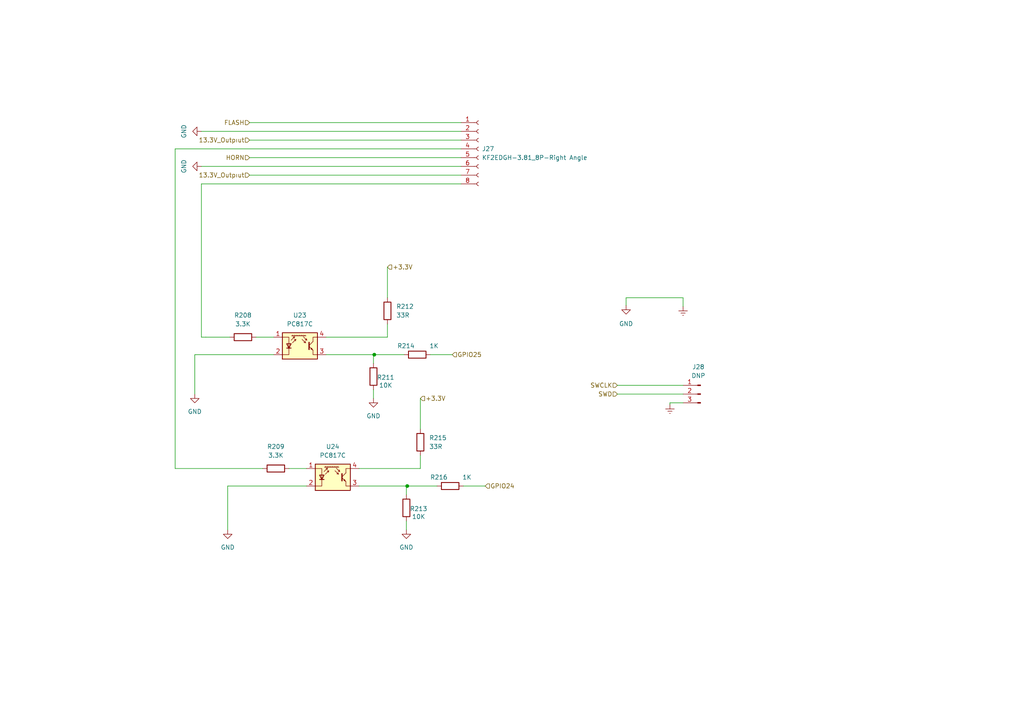
<source format=kicad_sch>
(kicad_sch (version 20231120) (generator "eeschema") (generator_version "8.0")
  (paper "A4")
  (lib_symbols
    (symbol "Connector:Conn_01x03_Pin" (pin_names (offset 1.016) hide)
      (property "Reference" "J" (at 0 5.08 0))
      (property "Value" "Conn_01x03_Pin" (at 0 -5.08 0))
      (symbol "Conn_01x03_Pin_1_1"
        (polyline (pts (xy 1.27 -2.54) (xy 0.8636 -2.54)) (stroke (width 0.1524)))
        (polyline (pts (xy 1.27 0) (xy 0.8636 0)) (stroke (width 0.1524)))
        (polyline (pts (xy 1.27 2.54) (xy 0.8636 2.54)) (stroke (width 0.1524)))
        (rectangle (start 0.8636 -2.413) (end 0 -2.667) (stroke (width 0.1524)) (fill (type outline)))
        (rectangle (start 0.8636 0.127) (end 0 -0.127) (stroke (width 0.1524)) (fill (type outline)))
        (rectangle (start 0.8636 2.667) (end 0 2.413) (stroke (width 0.1524)) (fill (type outline)))
        (pin passive line (at 5.08 2.54 180) (length 3.81) (name "Pin_1") (number "1"))
        (pin passive line (at 5.08 0 180) (length 3.81) (name "Pin_2") (number "2"))
        (pin passive line (at 5.08 -2.54 180) (length 3.81) (name "Pin_3") (number "3"))
      )
    )
    (symbol "Connector:Conn_01x08_Socket" (pin_names (offset 1.016) hide)
      (property "Reference" "J" (at 0 10.16 0))
      (property "Value" "Conn_01x08_Socket" (at 0 -12.7 0))
      (symbol "Conn_01x08_Socket_1_1"
        (arc (start 0 -9.652) (mid -0.5058 -10.16) (end 0 -10.668) (stroke (width 0.1524)))
        (arc (start 0 -7.112) (mid -0.5058 -7.62) (end 0 -8.128) (stroke (width 0.1524)))
        (arc (start 0 -4.572) (mid -0.5058 -5.08) (end 0 -5.588) (stroke (width 0.1524)))
        (arc (start 0 -2.032) (mid -0.5058 -2.54) (end 0 -3.048) (stroke (width 0.1524)))
        (polyline (pts (xy -1.27 -10.16) (xy -0.508 -10.16)) (stroke (width 0.1524)))
        (polyline (pts (xy -1.27 -7.62) (xy -0.508 -7.62)) (stroke (width 0.1524)))
        (polyline (pts (xy -1.27 -5.08) (xy -0.508 -5.08)) (stroke (width 0.1524)))
        (polyline (pts (xy -1.27 -2.54) (xy -0.508 -2.54)) (stroke (width 0.1524)))
        (polyline (pts (xy -1.27 0) (xy -0.508 0)) (stroke (width 0.1524)))
        (polyline (pts (xy -1.27 2.54) (xy -0.508 2.54)) (stroke (width 0.1524)))
        (polyline (pts (xy -1.27 5.08) (xy -0.508 5.08)) (stroke (width 0.1524)))
        (polyline (pts (xy -1.27 7.62) (xy -0.508 7.62)) (stroke (width 0.1524)))
        (arc (start 0 0.508) (mid -0.5058 0) (end 0 -0.508) (stroke (width 0.1524)))
        (arc (start 0 3.048) (mid -0.5058 2.54) (end 0 2.032) (stroke (width 0.1524)))
        (arc (start 0 5.588) (mid -0.5058 5.08) (end 0 4.572) (stroke (width 0.1524)))
        (arc (start 0 8.128) (mid -0.5058 7.62) (end 0 7.112) (stroke (width 0.1524)))
        (pin passive line (at -5.08 7.62 0) (length 3.81) (name "Pin_1") (number "1"))
        (pin passive line (at -5.08 5.08 0) (length 3.81) (name "Pin_2") (number "2"))
        (pin passive line (at -5.08 2.54 0) (length 3.81) (name "Pin_3") (number "3"))
        (pin passive line (at -5.08 0 0) (length 3.81) (name "Pin_4") (number "4"))
        (pin passive line (at -5.08 -2.54 0) (length 3.81) (name "Pin_5") (number "5"))
        (pin passive line (at -5.08 -5.08 0) (length 3.81) (name "Pin_6") (number "6"))
        (pin passive line (at -5.08 -7.62 0) (length 3.81) (name "Pin_7") (number "7"))
        (pin passive line (at -5.08 -10.16 0) (length 3.81) (name "Pin_8") (number "8"))
      )
    )
    (symbol "Device:R" (pin_numbers hide) (pin_names (offset 0))
      (property "Reference" "R" (at 2.032 0 90))
      (property "Value" "R" (at 0 0 90))
      (symbol "R_0_1"
        (rectangle (start -1.016 -2.54) (end 1.016 2.54) (stroke (width 0.254)))
      )
      (symbol "R_1_1"
        (pin passive line (at 0 3.81 270) (length 1.27) (name "~") (number "1"))
        (pin passive line (at 0 -3.81 90) (length 1.27) (name "~") (number "2"))
      )
    )
    (symbol "Sensor_Proximity:SFH9201" (pin_names (offset 0.0254) hide)
      (property "Reference" "U?" (at 0 8.89 0))
      (property "Value" "SFH9201" (at 0 6.35 0))
      (symbol "SFH9201_0_1"
        (polyline (pts (xy -3.81 -0.635) (xy -2.54 -0.635)) (stroke (width 0.254)))
        (polyline (pts (xy -2.286 2.921) (xy -2.032 3.175)))
        (polyline (pts (xy -1.778 2.921) (xy -1.524 3.175)))
        (polyline (pts (xy -1.524 2.667) (xy -1.651 2.159)))
        (polyline (pts (xy -1.27 2.921) (xy -1.016 3.175)))
        (polyline (pts (xy -1.143 1.905) (xy -1.27 1.397)))
        (polyline (pts (xy -0.762 2.921) (xy -0.508 3.175)))
        (polyline (pts (xy -0.254 2.921) (xy 0 3.175)))
        (polyline (pts (xy 0.254 2.921) (xy 0.508 3.175)))
        (polyline (pts (xy 0.762 2.921) (xy 1.016 3.175)))
        (polyline (pts (xy 1.27 2.921) (xy 1.524 3.175)))
        (polyline (pts (xy 1.651 0.889) (xy 1.143 1.016)))
        (polyline (pts (xy 1.778 2.921) (xy -2.413 2.921)))
        (polyline (pts (xy 2.032 1.651) (xy 1.524 1.778)))
        (polyline (pts (xy 2.667 -0.127) (xy 3.81 -1.27)))
        (polyline (pts (xy 2.667 0.127) (xy 3.81 1.27)))
        (polyline (pts (xy -2.54 1.651) (xy -1.524 2.667) (xy -2.032 2.54)))
        (polyline (pts (xy -2.159 0.889) (xy -1.143 1.905) (xy -1.651 1.778)))
        (polyline (pts (xy 0.635 1.905) (xy 1.651 0.889) (xy 1.524 1.397)))
        (polyline (pts (xy 1.016 2.667) (xy 2.032 1.651) (xy 1.905 2.159)))
        (polyline (pts (xy 2.667 1.016) (xy 2.667 -1.016) (xy 2.667 -1.016)) (stroke (width 0.3556)))
        (polyline (pts (xy 3.81 -1.27) (xy 3.81 -2.54) (xy 5.08 -2.54)))
        (polyline (pts (xy 3.81 1.27) (xy 3.81 2.54) (xy 5.08 2.54)))
        (polyline (pts (xy -5.08 -2.54) (xy -3.175 -2.54) (xy -3.175 2.54) (xy -5.08 2.54)))
        (polyline (pts (xy -3.175 -0.635) (xy -3.81 0.635) (xy -2.54 0.635) (xy -3.175 -0.635)) (stroke (width 0.254)))
        (polyline (pts (xy 3.683 -1.143) (xy 3.429 -0.635) (xy 3.175 -0.889) (xy 3.683 -1.143)))
        (polyline (pts (xy -5.08 -3.81) (xy 5.08 -3.81) (xy 5.08 3.81) (xy -5.08 3.81) (xy -5.08 -3.81)) (stroke (width 0.254)) (fill (type background)))
      )
      (symbol "SFH9201_1_1"
        (pin passive line (at -7.62 2.54 0) (length 2.54) (name "A") (number "1"))
        (pin passive line (at -7.62 -2.54 0) (length 2.54) (name "K") (number "2"))
        (pin open_emitter line (at 7.62 -2.54 180) (length 2.54) (name "E") (number "3"))
        (pin open_collector line (at 7.62 2.54 180) (length 2.54) (name "C") (number "4"))
      )
    )
    (symbol "power:Earth" (power) (pin_names (offset 0))
      (symbol "Earth_0_1"
        (polyline (pts (xy -0.635 -1.905) (xy 0.635 -1.905)))
        (polyline (pts (xy -0.127 -2.54) (xy 0.127 -2.54)))
        (polyline (pts (xy 0 -1.27) (xy 0 0)))
        (polyline (pts (xy 1.27 -1.27) (xy -1.27 -1.27)))
      )
      (symbol "Earth_1_1"
        (pin power_in line (at 0 0 270) (length 0) hide (name "Earth") (number "1"))
      )
    )
    (symbol "power:GND" (power) (pin_names (offset 0))
      (property "Value" "GND" (at 0 -3.81 0))
      (symbol "GND_0_1"
        (polyline (pts (xy 0 0) (xy 0 -1.27) (xy 1.27 -1.27) (xy 0 -2.54) (xy -1.27 -1.27) (xy 0 -1.27)))
      )
      (symbol "GND_1_1"
        (pin power_in line (at 0 0 270) (length 0) hide (name "GND") (number "1"))
      )
    )
  )
  (junction (at 118.11 140.971))
  (junction (at 108.5627 102.87))
  (wire (pts (xy 74.2727 97.789) (xy 79.3527 97.789)))
  (wire (pts (xy 108.3183 102.87) (xy 108.5627 102.87)))
  (wire (pts (xy 72.39 40.64) (xy 133.7183 40.64)))
  (wire (pts (xy 83.82 135.89) (xy 88.9 135.89)))
  (wire (pts (xy 118.11 140.971) (xy 126.7556 140.971)))
  (wire (pts (xy 56.4927 102.869) (xy 79.3527 102.869)))
  (wire (pts (xy 66.04 140.97) (xy 88.9 140.97)))
  (wire (pts (xy 58.42 38.1) (xy 133.7183 38.1)))
  (wire (pts (xy 117.8656 140.971) (xy 117.8656 143.5026)))
  (wire (pts (xy 104.14 135.89) (xy 121.92 135.89)))
  (wire (pts (xy 72.39 45.72) (xy 133.7183 45.72)))
  (wire (pts (xy 198.12 86.36) (xy 198.12 88.9)))
  (wire (pts (xy 112.3727 93.979) (xy 112.3727 97.789)))
  (wire (pts (xy 179.07 114.3) (xy 198.12 114.3)))
  (wire (pts (xy 50.8 43.18) (xy 133.7183 43.18)))
  (wire (pts (xy 50.8 135.89) (xy 76.2 135.89)))
  (wire (pts (xy 194.31 116.84) (xy 194.31 117.348)))
  (wire (pts (xy 72.39 35.56) (xy 133.7183 35.56)))
  (wire (pts (xy 104.14 140.97) (xy 118.11 140.97)))
  (wire (pts (xy 58.42 53.34) (xy 133.7183 53.34)))
  (wire (pts (xy 66.04 140.97) (xy 66.04 153.67)))
  (wire (pts (xy 121.92 115.57) (xy 121.92 124.46)))
  (wire (pts (xy 118.11 140.97) (xy 118.11 140.971)))
  (wire (pts (xy 59.69 97.789) (xy 66.6527 97.789)))
  (wire (pts (xy 134.3756 140.971) (xy 140.7256 140.971)))
  (wire (pts (xy 194.31 116.84) (xy 198.12 116.84)))
  (wire (pts (xy 117.8656 151.1226) (xy 117.8656 153.671)))
  (wire (pts (xy 108.5627 102.87) (xy 117.2083 102.87)))
  (wire (pts (xy 198.12 86.36) (xy 181.5894 86.36)))
  (wire (pts (xy 108.5627 102.869) (xy 108.5627 102.87)))
  (wire (pts (xy 117.8656 140.971) (xy 118.11 140.971)))
  (wire (pts (xy 58.42 53.34) (xy 58.42 97.79)))
  (wire (pts (xy 59.69 97.79) (xy 59.69 97.789)))
  (wire (pts (xy 58.42 97.79) (xy 59.69 97.79)))
  (wire (pts (xy 108.3183 102.87) (xy 108.3183 105.4016)))
  (wire (pts (xy 58.42 48.26) (xy 133.7183 48.26)))
  (wire (pts (xy 94.5927 102.869) (xy 108.5627 102.869)))
  (wire (pts (xy 94.5927 97.789) (xy 112.3727 97.789)))
  (wire (pts (xy 181.5894 86.36) (xy 181.5894 88.5768)))
  (wire (pts (xy 50.8 43.18) (xy 50.8 135.89)))
  (wire (pts (xy 124.8283 102.87) (xy 131.1783 102.87)))
  (wire (pts (xy 72.39 50.8) (xy 133.7183 50.8)))
  (wire (pts (xy 179.07 111.76) (xy 198.12 111.76)))
  (wire (pts (xy 121.92 132.08) (xy 121.92 135.89)))
  (wire (pts (xy 108.3183 113.0216) (xy 108.3183 115.57)))
  (wire (pts (xy 56.4927 102.869) (xy 56.4927 114.299)))
  (wire (pts (xy 112.3727 77.469) (xy 112.3727 86.359)))
  (hierarchical_label "GPIO25" (shape input) (at 131.1783 102.87 0))
  (hierarchical_label "SWCLK" (shape input) (at 179.07 111.76 180))
  (hierarchical_label "+3.3V" (shape input) (at 112.3727 77.469 0))
  (hierarchical_label "HORN" (shape input) (at 72.39 45.72 180))
  (hierarchical_label "+3.3V" (shape input) (at 121.92 115.57 0))
  (hierarchical_label "SWD" (shape input) (at 179.07 114.3 180))
  (hierarchical_label "13.3V_Outpıut" (shape input) (at 72.39 50.8 180))
  (hierarchical_label "FLASH" (shape input) (at 72.39 35.56 180))
  (hierarchical_label "13.3V_Outpıut" (shape input) (at 72.39 40.64 180))
  (hierarchical_label "GPIO24" (shape input) (at 140.7256 140.971 0))
  (symbol (lib_id "Connector:Conn_01x03_Pin") (at 203.2 114.3 0) (mirror y) (unit 1)
    (property "Reference" "J28" (at 202.565 106.426 0))
    (property "Value" "DNP" (at 202.565 108.966 0))
    (property "Footprint" "Connector_PinSocket_2.00mm:PinSocket_1x03_P2.00mm_Vertical" (effects (hide yes)))
  )
  (symbol (lib_id "Device:R") (at 121.0183 102.87 90) (unit 1)
    (property "Reference" "R214" (at 117.7598 100.331 90))
    (property "Value" "1K" (at 125.8878 100.331 90))
    (property "Footprint" "Resistor_SMD:R_0603_1608Metric" (effects (hide yes)))
    (property "Description" "Resistor" (effects (hide yes)))
    (property "MPN" "0603WAF1001T5E" (effects (hide yes)))
    (instances (project "Movita_3566_HXV_Router_V4.1" (path "" (reference "R214") (unit 1))) (project "LM1117" (path "" (reference "R?") (unit 1)) (path "" (reference "R?") (unit 1)) (path "" (reference "R?") (unit 1))) (project "IO_Board" (path "" (reference "R3") (unit 1))))
  )
  (symbol (lib_id "power:GND") (at 108.3183 115.57 0) (unit 1)
    (property "Reference" "#PWR0237" (effects (hide yes)))
    (property "Value" "GND" (at 108.3183 120.65 0))
    (property "Description" "Power symbol creates a global label with name \"GND\" , ground" (effects (hide yes)))
    (instances (project "Movita_3566_HXV_Router_V4.1" (path "" (reference "#PWR0237") (unit 1))) (project "LM1117" (path "" (reference "#PWR05") (unit 1)) (path "" (reference "#PWR014") (unit 1)) (path "" (reference "#PWR019") (unit 1))) (project "IO_Board" (path "" (reference "#PWR020") (unit 1))))
  )
  (symbol (lib_id "Device:R") (at 117.8656 147.3126 180) (unit 1)
    (property "Reference" "R213" (at 121.4216 147.575 0))
    (property "Value" "10K" (at 121.4216 149.861 0))
    (property "Footprint" "Resistor_SMD:R_0603_1608Metric" (effects (hide yes)))
    (property "Description" "Resistor" (effects (hide yes)))
    (property "MPN" "0603WAF1002T5E" (effects (hide yes)))
  )
  (symbol (lib_id "Device:R") (at 70.4627 97.789 90) (unit 1)
    (property "Reference" "R208" (at 70.4627 91.439 90))
    (property "Value" "3.3K" (at 70.4627 93.979 90))
    (property "Footprint" "Resistor_SMD:R_0603_1608Metric" (effects (hide yes)))
    (property "Description" "Resistor" (effects (hide yes)))
    (property "MPN" "0603WAF3301T5E" (effects (hide yes)))
    (instances (project "Movita_3566_HXV_Router_V4.1" (path "" (reference "R208") (unit 1))) (project "LM1117" (path "" (reference "R?") (unit 1)) (path "" (reference "R?") (unit 1)) (path "" (reference "R?") (unit 1))) (project "IO_Board" (path "" (reference "R1") (unit 1))))
  )
  (symbol (lib_id "power:GND") (at 56.4927 114.299 0) (unit 1)
    (property "Reference" "#PWR0233" (effects (hide yes)))
    (property "Value" "GND" (at 56.4927 119.379 0))
    (property "Description" "Power symbol creates a global label with name \"GND\" , ground" (effects (hide yes)))
    (instances (project "Movita_3566_HXV_Router_V4.1" (path "" (reference "#PWR0233") (unit 1))) (project "LM1117" (path "" (reference "#PWR05") (unit 1)) (path "" (reference "#PWR012") (unit 1)) (path "" (reference "#PWR017") (unit 1))) (project "IO_Board" (path "" (reference "#PWR017") (unit 1))))
  )
  (symbol (lib_id "power:GND") (at 181.5894 88.5768 0) (mirror y) (unit 1)
    (property "Reference" "#PWR0239" (effects (hide yes)))
    (property "Value" "GND" (at 181.5894 93.9108 0))
    (property "Description" "Power symbol creates a global label with name \"GND\" , ground" (effects (hide yes)))
  )
  (symbol (lib_id "power:GND") (at 58.42 38.1 270) (unit 1)
    (property "Reference" "#PWR0234" (effects (hide yes)))
    (property "Value" "GND" (at 53.34 38.1 0))
    (property "Description" "Power symbol creates a global label with name \"GND\" , ground" (effects (hide yes)))
  )
  (symbol (lib_id "Connector:Conn_01x08_Socket") (at 138.7983 43.18 0) (unit 1)
    (property "Reference" "J27" (at 139.767 43.1799 0) (effects (justify left)))
    (property "Value" "KF2EDGH-3.81_8P-Right Angle" (at 139.767 45.7199 0) (effects (justify left)))
    (property "Footprint" "KF2EDGH:KF2EDGH-3.81_8P" (effects (hide yes)))
    (property "Description" "Generic connector, single row, 01x08, script generated" (effects (hide yes)))
    (property "MPN" "15EDGK-3.81 双层 2*4p" (effects (hide yes)))
  )
  (symbol (lib_id "power:GND") (at 58.42 48.26 270) (unit 1)
    (property "Reference" "#PWR0235" (effects (hide yes)))
    (property "Value" "GND" (at 53.34 48.26 0))
    (property "Description" "Power symbol creates a global label with name \"GND\" , ground" (effects (hide yes)))
  )
  (symbol (lib_id "power:GND") (at 117.8656 153.671 0) (unit 1)
    (property "Reference" "#PWR0238" (effects (hide yes)))
    (property "Value" "GND" (at 117.8656 158.751 0))
    (property "Description" "Power symbol creates a global label with name \"GND\" , ground" (effects (hide yes)))
  )
  (symbol (lib_id "power:GND") (at 66.04 153.67 0) (unit 1)
    (property "Reference" "#PWR0236" (effects (hide yes)))
    (property "Value" "GND" (at 66.04 158.75 0))
    (property "Description" "Power symbol creates a global label with name \"GND\" , ground" (effects (hide yes)))
  )
  (symbol (lib_id "Sensor_Proximity:SFH9201") (at 96.52 138.43 0) (unit 1)
    (property "Reference" "U24" (at 96.52 129.54 0))
    (property "Value" "PC817C" (at 96.52 132.08 0))
    (property "Footprint" "HDMI 2.0 TX:PC817" (effects (hide yes)))
    (property "MPN" "PC817C_4PIN_SMD" (effects (hide yes)))
  )
  (symbol (lib_id "Device:R") (at 80.01 135.89 90) (unit 1)
    (property "Reference" "R209" (at 80.01 129.54 90))
    (property "Value" "3.3K" (at 80.01 132.08 90))
    (property "Footprint" "Resistor_SMD:R_0603_1608Metric" (effects (hide yes)))
    (property "Description" "Resistor" (effects (hide yes)))
    (property "MPN" "0603WAF3301T5E" (effects (hide yes)))
  )
  (symbol (lib_id "power:Earth") (at 198.12 88.9 0) (unit 1)
    (property "Reference" "#PWR0240" (effects (hide yes)))
    (property "Value" "Earth" (effects (hide yes)))
    (property "Description" "Power symbol creates a global label with name \"Earth\"" (effects (hide yes)))
  )
  (symbol (lib_id "Sensor_Proximity:SFH9201") (at 86.9727 100.329 0) (unit 1)
    (property "Reference" "U23" (at 86.9727 91.439 0))
    (property "Value" "PC817C" (at 86.9727 93.979 0))
    (property "Footprint" "HDMI 2.0 TX:PC817" (effects (hide yes)))
    (property "MPN" "PC817C_4PIN_SMD" (effects (hide yes)))
    (instances (project "Movita_3566_HXV_Router_V4.1" (path "" (reference "U23") (unit 1))) (project "LM1117" (path "" (reference "U?") (unit 1)) (path "" (reference "U?") (unit 1))) (project "IO_Board" (path "" (reference "U1") (unit 1))))
  )
  (symbol (lib_id "Device:R") (at 112.3727 90.169 0) (unit 1)
    (property "Reference" "R212" (at 114.9127 88.8989 0) (effects (justify left)))
    (property "Value" "33R" (at 114.9127 91.4389 0) (effects (justify left)))
    (property "Footprint" "Resistor_SMD:R_0603_1608Metric" (effects (hide yes)))
    (property "Description" "Resistor" (effects (hide yes)))
    (property "MPN" "0603WAF330JT5E" (effects (hide yes)))
    (instances (project "Movita_3566_HXV_Router_V4.1" (path "" (reference "R212") (unit 1))) (project "LM1117" (path "" (reference "R?") (unit 1)) (path "" (reference "R?") (unit 1)) (path "" (reference "R?") (unit 1))) (project "IO_Board" (path "" (reference "R3") (unit 1))))
  )
  (symbol (lib_id "Device:R") (at 130.5656 140.971 90) (unit 1)
    (property "Reference" "R216" (at 127.3071 138.432 90))
    (property "Value" "1K" (at 135.4351 138.432 90))
    (property "Footprint" "Resistor_SMD:R_0603_1608Metric" (effects (hide yes)))
    (property "Description" "Resistor" (effects (hide yes)))
    (property "MPN" "0603WAF1001T5E" (effects (hide yes)))
  )
  (symbol (lib_id "Device:R") (at 121.92 128.27 0) (unit 1)
    (property "Reference" "R215" (at 124.46 126.9999 0) (effects (justify left)))
    (property "Value" "33R" (at 124.46 129.5399 0) (effects (justify left)))
    (property "Footprint" "Resistor_SMD:R_0603_1608Metric" (effects (hide yes)))
    (property "Description" "Resistor" (effects (hide yes)))
    (property "MPN" "0603WAF330JT5E" (effects (hide yes)))
  )
  (symbol (lib_id "Device:R") (at 108.3183 109.2116 180) (unit 1)
    (property "Reference" "R211" (at 111.8743 109.474 0))
    (property "Value" "10K" (at 111.8743 111.76 0))
    (property "Footprint" "Resistor_SMD:R_0603_1608Metric" (effects (hide yes)))
    (property "Description" "Resistor" (effects (hide yes)))
    (property "MPN" "0603WAF1002T5E" (effects (hide yes)))
    (instances (project "Movita_3566_HXV_Router_V4.1" (path "" (reference "R211") (unit 1))) (project "LM1117" (path "" (reference "R?") (unit 1)) (path "" (reference "R?") (unit 1)) (path "" (reference "R?") (unit 1))) (project "IO_Board" (path "" (reference "R3") (unit 1))))
  )
  (symbol (lib_id "power:Earth") (at 194.31 117.348 0) (unit 1)
    (property "Reference" "#PWR0242" (effects (hide yes)))
    (property "Value" "Earth" (effects (hide yes)))
    (property "Description" "Power symbol creates a global label with name \"Earth\"" (effects (hide yes)))
  )
)
</source>
